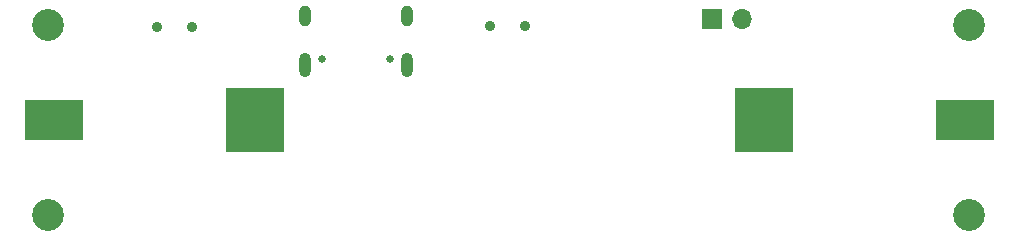
<source format=gbr>
%TF.GenerationSoftware,KiCad,Pcbnew,(6.0.11-0)*%
%TF.CreationDate,2024-11-14T16:08:27+08:00*%
%TF.ProjectId,Li-Po_charger,4c692d50-6f5f-4636-9861-726765722e6b,V1.0*%
%TF.SameCoordinates,Original*%
%TF.FileFunction,Soldermask,Bot*%
%TF.FilePolarity,Negative*%
%FSLAX46Y46*%
G04 Gerber Fmt 4.6, Leading zero omitted, Abs format (unit mm)*
G04 Created by KiCad (PCBNEW (6.0.11-0)) date 2024-11-14 16:08:27*
%MOMM*%
%LPD*%
G01*
G04 APERTURE LIST*
%ADD10R,1.700000X1.700000*%
%ADD11O,1.700000X1.700000*%
%ADD12C,2.700000*%
%ADD13C,0.900000*%
%ADD14C,0.650000*%
%ADD15O,1.000000X2.100000*%
%ADD16O,1.000000X1.800000*%
%ADD17R,5.000000X3.500000*%
%ADD18C,2.500000*%
%ADD19R,5.000000X5.500000*%
G04 APERTURE END LIST*
D10*
%TO.C,J3*%
X134250000Y-64475000D03*
D11*
X136790000Y-64475000D03*
%TD*%
D12*
%TO.C,H4*%
X156000000Y-81100000D03*
%TD*%
%TO.C,H1*%
X78000000Y-65000000D03*
%TD*%
D13*
%TO.C,SW1*%
X115400000Y-65100000D03*
X118400000Y-65100000D03*
%TD*%
%TO.C,SW2*%
X87200000Y-65145000D03*
X90200000Y-65145000D03*
%TD*%
D12*
%TO.C,H3*%
X156000000Y-65000000D03*
%TD*%
%TO.C,H2*%
X78000000Y-81100000D03*
%TD*%
D14*
%TO.C,J1*%
X101172500Y-67890000D03*
X106952500Y-67890000D03*
D15*
X108382500Y-68390000D03*
X99742500Y-68390000D03*
D16*
X108382500Y-64240000D03*
X99742500Y-64240000D03*
%TD*%
D17*
%TO.C,J2*%
X78500000Y-73000000D03*
D18*
X95000000Y-73000000D03*
D19*
X95500000Y-73000000D03*
D18*
X79000000Y-73000000D03*
%TD*%
D19*
%TO.C,J5*%
X138625000Y-73000000D03*
D17*
X155625000Y-73000000D03*
D18*
X155125000Y-73000000D03*
X139125000Y-73000000D03*
%TD*%
M02*

</source>
